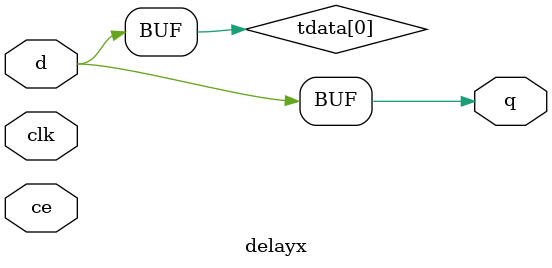
<source format=v>
`timescale 1ns / 1ps
module delayx (clk, ce, d, q);
	parameter N = 1;
	parameter DELAY = 0;
	
	input clk;
	input ce;
	input [N-1:0]d;
	output [N-1:0]q;

	wire [N-1:0] tdata [DELAY:0];
	
	assign tdata[0] = d;

	genvar i;
	generate
		for(i = 0; i < DELAY; i = i+1)
		begin
		
		delay #(N) delay_i (clk, ce, tdata[i], tdata[i+1]);

		end
	endgenerate
	
	assign q = tdata[DELAY];
	
endmodule

</source>
